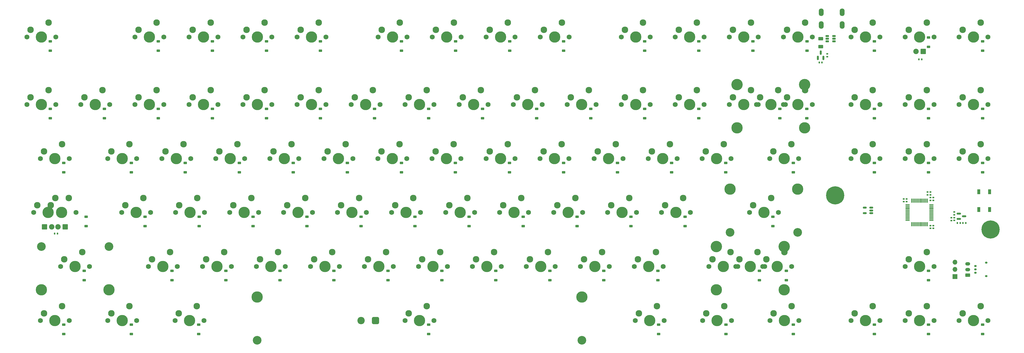
<source format=gbr>
%TF.GenerationSoftware,KiCad,Pcbnew,(7.99.0-267-g8440d7258b)*%
%TF.CreationDate,2023-05-05T04:19:59-07:00*%
%TF.ProjectId,1_2og_repro,315f326f-675f-4726-9570-726f2e6b6963,rev?*%
%TF.SameCoordinates,Original*%
%TF.FileFunction,Soldermask,Bot*%
%TF.FilePolarity,Negative*%
%FSLAX46Y46*%
G04 Gerber Fmt 4.6, Leading zero omitted, Abs format (unit mm)*
G04 Created by KiCad (PCBNEW (7.99.0-267-g8440d7258b)) date 2023-05-05 04:19:59*
%MOMM*%
%LPD*%
G01*
G04 APERTURE LIST*
G04 Aperture macros list*
%AMRoundRect*
0 Rectangle with rounded corners*
0 $1 Rounding radius*
0 $2 $3 $4 $5 $6 $7 $8 $9 X,Y pos of 4 corners*
0 Add a 4 corners polygon primitive as box body*
4,1,4,$2,$3,$4,$5,$6,$7,$8,$9,$2,$3,0*
0 Add four circle primitives for the rounded corners*
1,1,$1+$1,$2,$3*
1,1,$1+$1,$4,$5*
1,1,$1+$1,$6,$7*
1,1,$1+$1,$8,$9*
0 Add four rect primitives between the rounded corners*
20,1,$1+$1,$2,$3,$4,$5,0*
20,1,$1+$1,$4,$5,$6,$7,0*
20,1,$1+$1,$6,$7,$8,$9,0*
20,1,$1+$1,$8,$9,$2,$3,0*%
G04 Aperture macros list end*
%ADD10RoundRect,0.250000X0.625000X-0.350000X0.625000X0.350000X-0.625000X0.350000X-0.625000X-0.350000X0*%
%ADD11O,1.750000X1.200000*%
%ADD12C,1.750000*%
%ADD13C,3.987800*%
%ADD14C,2.300000*%
%ADD15RoundRect,0.650000X0.650000X0.650000X-0.650000X0.650000X-0.650000X-0.650000X0.650000X-0.650000X0*%
%ADD16C,2.600000*%
%ADD17C,3.048000*%
%ADD18RoundRect,0.285750X-0.666750X-0.666750X0.666750X-0.666750X0.666750X0.666750X-0.666750X0.666750X0*%
%ADD19C,1.905000*%
%ADD20C,6.400000*%
%ADD21C,4.000000*%
%ADD22O,1.700000X2.700000*%
%ADD23R,1.700000X1.700000*%
%ADD24O,1.700000X1.700000*%
%ADD25RoundRect,0.225000X0.375000X-0.225000X0.375000X0.225000X-0.375000X0.225000X-0.375000X-0.225000X0*%
%ADD26RoundRect,0.075000X0.075000X-0.662500X0.075000X0.662500X-0.075000X0.662500X-0.075000X-0.662500X0*%
%ADD27RoundRect,0.075000X0.662500X-0.075000X0.662500X0.075000X-0.662500X0.075000X-0.662500X-0.075000X0*%
%ADD28RoundRect,0.140000X-0.140000X-0.170000X0.140000X-0.170000X0.140000X0.170000X-0.140000X0.170000X0*%
%ADD29RoundRect,0.140000X-0.170000X0.140000X-0.170000X-0.140000X0.170000X-0.140000X0.170000X0.140000X0*%
%ADD30RoundRect,0.135000X0.135000X0.185000X-0.135000X0.185000X-0.135000X-0.185000X0.135000X-0.185000X0*%
%ADD31RoundRect,0.135000X0.185000X-0.135000X0.185000X0.135000X-0.185000X0.135000X-0.185000X-0.135000X0*%
%ADD32RoundRect,0.140000X0.170000X-0.140000X0.170000X0.140000X-0.170000X0.140000X-0.170000X-0.140000X0*%
%ADD33RoundRect,0.150000X0.512500X0.150000X-0.512500X0.150000X-0.512500X-0.150000X0.512500X-0.150000X0*%
%ADD34R,1.000000X1.700000*%
%ADD35RoundRect,0.150000X0.150000X-0.587500X0.150000X0.587500X-0.150000X0.587500X-0.150000X-0.587500X0*%
%ADD36RoundRect,0.140000X0.140000X0.170000X-0.140000X0.170000X-0.140000X-0.170000X0.140000X-0.170000X0*%
%ADD37RoundRect,0.150000X-0.587500X-0.150000X0.587500X-0.150000X0.587500X0.150000X-0.587500X0.150000X0*%
%ADD38RoundRect,0.150000X0.475000X0.150000X-0.475000X0.150000X-0.475000X-0.150000X0.475000X-0.150000X0*%
%ADD39RoundRect,0.250000X-0.625000X0.375000X-0.625000X-0.375000X0.625000X-0.375000X0.625000X0.375000X0*%
%ADD40RoundRect,0.135000X-0.135000X-0.185000X0.135000X-0.185000X0.135000X0.185000X-0.135000X0.185000X0*%
%ADD41RoundRect,0.150000X-0.275000X0.150000X-0.275000X-0.150000X0.275000X-0.150000X0.275000X0.150000X0*%
%ADD42RoundRect,0.175000X-0.225000X0.175000X-0.225000X-0.175000X0.225000X-0.175000X0.225000X0.175000X0*%
G04 APERTURE END LIST*
D10*
%TO.C,J4*%
X347689000Y-105505000D03*
D11*
X347688999Y-103504999D03*
X347688999Y-101504999D03*
%TD*%
D12*
%TO.C,SW71*%
X135336115Y-102434638D03*
D13*
X140416115Y-102434638D03*
D12*
X145496115Y-102434638D03*
D14*
X136606115Y-99894638D03*
X142956115Y-97354638D03*
%TD*%
D12*
%TO.C,SW12*%
X263806115Y-21594638D03*
D13*
X268886115Y-21594638D03*
D12*
X273966115Y-21594638D03*
D14*
X265076115Y-19054638D03*
X271426115Y-16514638D03*
%TD*%
D12*
%TO.C,SW26*%
X187696115Y-45374638D03*
D13*
X192776115Y-45374638D03*
D12*
X197856115Y-45374638D03*
D14*
X188966115Y-42834638D03*
X195316115Y-40294638D03*
%TD*%
D12*
%TO.C,SW76*%
X230336115Y-102434638D03*
D13*
X235416115Y-102434638D03*
D12*
X240496115Y-102434638D03*
D14*
X231606115Y-99894638D03*
X237956115Y-97354638D03*
%TD*%
D12*
%TO.C,SW21*%
X92596115Y-45374638D03*
D13*
X97676115Y-45374638D03*
D12*
X102756115Y-45374638D03*
D14*
X93866115Y-42834638D03*
X100216115Y-40294638D03*
%TD*%
D12*
%TO.C,SW24*%
X149656115Y-45374638D03*
D13*
X154736115Y-45374638D03*
D12*
X159816115Y-45374638D03*
D14*
X150926115Y-42834638D03*
X157276115Y-40294638D03*
%TD*%
D12*
%TO.C,SW25*%
X168676115Y-45374638D03*
D13*
X173756115Y-45374638D03*
D12*
X178836115Y-45374638D03*
D14*
X169946115Y-42834638D03*
X176296115Y-40294638D03*
%TD*%
D12*
%TO.C,SW60*%
X163906115Y-83414638D03*
D13*
X168986115Y-83414638D03*
D12*
X174066115Y-83414638D03*
D14*
X165176115Y-80874638D03*
X171526115Y-78334638D03*
%TD*%
D12*
%TO.C,SW83*%
X45008615Y-121454638D03*
D13*
X50088615Y-121454638D03*
D12*
X55168615Y-121454638D03*
D14*
X46278615Y-118914638D03*
X52628615Y-116374638D03*
%TD*%
D12*
%TO.C,SW74*%
X192336115Y-102434638D03*
D13*
X197416115Y-102434638D03*
D12*
X202496115Y-102434638D03*
D14*
X193606115Y-99894638D03*
X199956115Y-97354638D03*
%TD*%
D12*
%TO.C,SW9*%
X197206115Y-21594638D03*
D13*
X202286115Y-21594638D03*
D12*
X207366115Y-21594638D03*
D14*
X198476115Y-19054638D03*
X204826115Y-16514638D03*
%TD*%
D12*
%TO.C,SW32*%
X306606115Y-45374638D03*
D13*
X311686115Y-45374638D03*
D12*
X316766115Y-45374638D03*
D14*
X307876115Y-42834638D03*
X314226115Y-40294638D03*
%TD*%
D12*
%TO.C,SW53*%
X23638615Y-83414638D03*
D13*
X28718615Y-83414638D03*
D12*
X33798615Y-83414638D03*
D14*
X24908615Y-80874638D03*
X31258615Y-78334638D03*
%TD*%
D12*
%TO.C,SW90*%
X325626115Y-121454638D03*
D13*
X330706115Y-121454638D03*
D12*
X335786115Y-121454638D03*
D14*
X326896115Y-118914638D03*
X333246115Y-116374638D03*
%TD*%
D12*
%TO.C,SW65*%
X270846088Y-83414669D03*
D13*
X275926088Y-83414669D03*
D12*
X281006088Y-83414669D03*
D14*
X272116088Y-80874669D03*
X278466088Y-78334669D03*
%TD*%
D12*
%TO.C,SW84*%
X68711115Y-121454638D03*
D13*
X73791115Y-121454638D03*
D12*
X78871115Y-121454638D03*
D14*
X69981115Y-118914638D03*
X76331115Y-116374638D03*
%TD*%
D12*
%TO.C,SW39*%
X102056115Y-64394638D03*
D13*
X107136115Y-64394638D03*
D12*
X112216115Y-64394638D03*
D14*
X103326115Y-61854638D03*
X109676115Y-59314638D03*
%TD*%
D12*
%TO.C,SW86*%
X230631115Y-121454638D03*
D13*
X235711115Y-121454638D03*
D12*
X240791115Y-121454638D03*
D14*
X231901115Y-118914638D03*
X238251115Y-116374638D03*
%TD*%
D12*
%TO.C,SW63*%
X220926115Y-83414638D03*
D13*
X226006115Y-83414638D03*
D12*
X231086115Y-83414638D03*
D14*
X222196115Y-80874638D03*
X228546115Y-78334638D03*
%TD*%
D12*
%TO.C,SW35*%
X21246115Y-64394638D03*
D13*
X26326115Y-64394638D03*
D12*
X31406115Y-64394638D03*
D14*
X22516115Y-61854638D03*
X28866115Y-59314638D03*
%TD*%
D12*
%TO.C,SW15*%
X325626115Y-21591179D03*
D13*
X330706115Y-21591179D03*
D12*
X335786115Y-21591179D03*
D14*
X326896115Y-19051179D03*
X333246115Y-16511179D03*
%TD*%
D15*
%TO.C,JP1*%
X139192000Y-121451498D03*
D16*
X134112000Y-121451498D03*
%TD*%
D12*
%TO.C,SW47*%
X254216115Y-64394638D03*
D13*
X259296115Y-64394638D03*
D12*
X264376115Y-64394638D03*
D14*
X255486115Y-61854638D03*
X261836115Y-59314638D03*
%TD*%
D17*
%TO.C,S4*%
X21589865Y-95449638D03*
D13*
X21589865Y-110689638D03*
D17*
X45402365Y-95449638D03*
D13*
X45402365Y-110689638D03*
%TD*%
D12*
%TO.C,SW41*%
X140096115Y-64394638D03*
D13*
X145176115Y-64394638D03*
D12*
X150256115Y-64394638D03*
D14*
X141366115Y-61854638D03*
X147716115Y-59314638D03*
%TD*%
D12*
%TO.C,SW62*%
X201926115Y-83414638D03*
D13*
X207006115Y-83414638D03*
D12*
X212086115Y-83414638D03*
D14*
X203196115Y-80874638D03*
X209546115Y-78334638D03*
%TD*%
D12*
%TO.C,SW89*%
X306606115Y-121454638D03*
D13*
X311686115Y-121454638D03*
D12*
X316766115Y-121454638D03*
D14*
X307876115Y-118914638D03*
X314226115Y-116374638D03*
%TD*%
D12*
%TO.C,SW49*%
X306606115Y-64394638D03*
D13*
X311686115Y-64394638D03*
D12*
X316766115Y-64394638D03*
D14*
X307876115Y-61854638D03*
X314226115Y-59314638D03*
%TD*%
D12*
%TO.C,SW28*%
X225736115Y-45374638D03*
D13*
X230816115Y-45374638D03*
D12*
X235896115Y-45374638D03*
D14*
X227006115Y-42834638D03*
X233356115Y-40294638D03*
%TD*%
D12*
%TO.C,SW10*%
X225736115Y-21594638D03*
D13*
X230816115Y-21594638D03*
D12*
X235896115Y-21594638D03*
D14*
X227006115Y-19054638D03*
X233356115Y-16514638D03*
%TD*%
D12*
%TO.C,SW1*%
X16516115Y-21594638D03*
D13*
X21596115Y-21594638D03*
D12*
X26676115Y-21594638D03*
D14*
X17786115Y-19054638D03*
X24136115Y-16514638D03*
%TD*%
D12*
%TO.C,SW70*%
X116336115Y-102434638D03*
D13*
X121416115Y-102434638D03*
D12*
X126496115Y-102434638D03*
D14*
X117606115Y-99894638D03*
X123956115Y-97354638D03*
%TD*%
D12*
%TO.C,SW13*%
X282826115Y-21594638D03*
D13*
X287906115Y-21594638D03*
D12*
X292986115Y-21594638D03*
D14*
X284096115Y-19054638D03*
X290446115Y-16514638D03*
%TD*%
D12*
%TO.C,SW87*%
X254358615Y-121454638D03*
D13*
X259438615Y-121454638D03*
D12*
X264518615Y-121454638D03*
D14*
X255628615Y-118914638D03*
X261978615Y-116374638D03*
%TD*%
D12*
%TO.C,SW11*%
X244756115Y-21594638D03*
D13*
X249836115Y-21594638D03*
D12*
X254916115Y-21594638D03*
D14*
X246026115Y-19054638D03*
X252376115Y-16514638D03*
%TD*%
D12*
%TO.C,SW27*%
X206716115Y-45374638D03*
D13*
X211796115Y-45374638D03*
D12*
X216876115Y-45374638D03*
D14*
X207986115Y-42834638D03*
X214336115Y-40294638D03*
%TD*%
D18*
%TO.C,D90*%
X331976115Y-26671179D03*
D19*
X329436115Y-26671179D03*
%TD*%
D12*
%TO.C,SW37*%
X64016115Y-64394638D03*
D13*
X69096115Y-64394638D03*
D12*
X74176115Y-64394638D03*
D14*
X65286115Y-61854638D03*
X71636115Y-59314638D03*
%TD*%
D12*
%TO.C,SW5*%
X111616534Y-21599485D03*
D13*
X116696534Y-21599485D03*
D12*
X121776534Y-21599485D03*
D14*
X112886534Y-19059485D03*
X119236534Y-16519485D03*
%TD*%
D20*
%TO.C,H1*%
X301009027Y-77392443D03*
%TD*%
D12*
%TO.C,SW4*%
X92596534Y-21599485D03*
D13*
X97676534Y-21599485D03*
D12*
X102756534Y-21599485D03*
D14*
X93866534Y-19059485D03*
X100216534Y-16519485D03*
%TD*%
D12*
%TO.C,SW23*%
X130636115Y-45374638D03*
D13*
X135716115Y-45374638D03*
D12*
X140796115Y-45374638D03*
D14*
X131906115Y-42834638D03*
X138256115Y-40294638D03*
%TD*%
D12*
%TO.C,SW42*%
X159116115Y-64394638D03*
D13*
X164196115Y-64394638D03*
D12*
X169276115Y-64394638D03*
D14*
X160386115Y-61854638D03*
X166736115Y-59314638D03*
%TD*%
D12*
%TO.C,SW91*%
X344646115Y-121454638D03*
D13*
X349726115Y-121454638D03*
D12*
X354806115Y-121454638D03*
D14*
X345916115Y-118914638D03*
X352266115Y-116374638D03*
%TD*%
D12*
%TO.C,SW22*%
X111616115Y-45374638D03*
D13*
X116696115Y-45374638D03*
D12*
X121776115Y-45374638D03*
D14*
X112886115Y-42834638D03*
X119236115Y-40294638D03*
%TD*%
D12*
%TO.C,SW64*%
X239926115Y-83414638D03*
D13*
X245006115Y-83414638D03*
D12*
X250086115Y-83414638D03*
D14*
X241196115Y-80874638D03*
X247546115Y-78334638D03*
%TD*%
D12*
%TO.C,SW81*%
X325626115Y-102434638D03*
D13*
X330706115Y-102434638D03*
D12*
X335786115Y-102434638D03*
D14*
X326896115Y-99894638D03*
X333246115Y-97354638D03*
%TD*%
D12*
%TO.C,SW52*%
X18876115Y-83414638D03*
D13*
X23956115Y-83414638D03*
D12*
X29036115Y-83414638D03*
D14*
X20146115Y-80874638D03*
X26496115Y-78334638D03*
%TD*%
D12*
%TO.C,SW30*%
X273301115Y-45374638D03*
D13*
X278381115Y-45374638D03*
D12*
X283461115Y-45374638D03*
D14*
X274571115Y-42834638D03*
X280921115Y-40294638D03*
%TD*%
D12*
%TO.C,SW51*%
X344646115Y-64394638D03*
D13*
X349726115Y-64394638D03*
D12*
X354806115Y-64394638D03*
D14*
X345916115Y-61854638D03*
X352266115Y-59314638D03*
%TD*%
D12*
%TO.C,SW34*%
X344646115Y-45374638D03*
D13*
X349726115Y-45374638D03*
D12*
X354806115Y-45374638D03*
D14*
X345916115Y-42834638D03*
X352266115Y-40294638D03*
%TD*%
D12*
%TO.C,SW66*%
X28416115Y-102434638D03*
D13*
X33496115Y-102434638D03*
D12*
X38576115Y-102434638D03*
D14*
X29686115Y-99894638D03*
X36036115Y-97354638D03*
%TD*%
D12*
%TO.C,SW8*%
X178186115Y-21594638D03*
D13*
X183266115Y-21594638D03*
D12*
X188346115Y-21594638D03*
D14*
X179456115Y-19054638D03*
X185806115Y-16514638D03*
%TD*%
D12*
%TO.C,SW36*%
X44996115Y-64394638D03*
D13*
X50076115Y-64394638D03*
D12*
X55156115Y-64394638D03*
D14*
X46266115Y-61854638D03*
X52616115Y-59314638D03*
%TD*%
D12*
%TO.C,SW68*%
X78336115Y-102434638D03*
D13*
X83416115Y-102434638D03*
D12*
X88496115Y-102434638D03*
D14*
X79606115Y-99894638D03*
X85956115Y-97354638D03*
%TD*%
D12*
%TO.C,SW19*%
X54556115Y-45374638D03*
D13*
X59636115Y-45374638D03*
D12*
X64716115Y-45374638D03*
D14*
X55826115Y-42834638D03*
X62176115Y-40294638D03*
%TD*%
D12*
%TO.C,SW73*%
X173336115Y-102434638D03*
D13*
X178416115Y-102434638D03*
D12*
X183496115Y-102434638D03*
D14*
X174606115Y-99894638D03*
X180956115Y-97354638D03*
%TD*%
D12*
%TO.C,SW78*%
X266061115Y-102434638D03*
D13*
X271141115Y-102434638D03*
D12*
X276221115Y-102434638D03*
D14*
X267331115Y-99894638D03*
X273681115Y-97354638D03*
%TD*%
D21*
%TO.C,S2*%
X259234865Y-95449638D03*
D13*
X259234865Y-110689638D03*
D21*
X283047365Y-95449638D03*
D13*
X283047365Y-110689638D03*
%TD*%
D12*
%TO.C,SW61*%
X182926115Y-83414638D03*
D13*
X188006115Y-83414638D03*
D12*
X193086115Y-83414638D03*
D14*
X184196115Y-80874638D03*
X190546115Y-78334638D03*
%TD*%
D12*
%TO.C,SW43*%
X178136115Y-64394638D03*
D13*
X183216115Y-64394638D03*
D12*
X188296115Y-64394638D03*
D14*
X179406115Y-61854638D03*
X185756115Y-59314638D03*
%TD*%
D12*
%TO.C,SW33*%
X325626115Y-45374638D03*
D13*
X330706115Y-45374638D03*
D12*
X335786115Y-45374638D03*
D14*
X326896115Y-42834638D03*
X333246115Y-40294638D03*
%TD*%
D12*
%TO.C,SW88*%
X278076115Y-121454638D03*
D13*
X283156115Y-121454638D03*
D12*
X288236115Y-121454638D03*
D14*
X279346115Y-118914638D03*
X285696115Y-116374638D03*
%TD*%
D22*
%TO.C,J2*%
X303446114Y-12849999D03*
X296146114Y-12849999D03*
X303446114Y-17349999D03*
X296146114Y-17349999D03*
%TD*%
D12*
%TO.C,SW56*%
X87886115Y-83414638D03*
D13*
X92966115Y-83414638D03*
D12*
X98046115Y-83414638D03*
D14*
X89156115Y-80874638D03*
X95506115Y-78334638D03*
%TD*%
D17*
%TO.C,S5*%
X211897529Y-128436498D03*
D13*
X211897529Y-113196498D03*
D17*
X97597529Y-128436498D03*
D13*
X97597529Y-113196498D03*
%TD*%
D12*
%TO.C,SW40*%
X121076115Y-64394638D03*
D13*
X126156115Y-64394638D03*
D12*
X131236115Y-64394638D03*
D14*
X122346115Y-61854638D03*
X128696115Y-59314638D03*
%TD*%
D12*
%TO.C,SW20*%
X73576115Y-45374638D03*
D13*
X78656115Y-45374638D03*
D12*
X83736115Y-45374638D03*
D14*
X74846115Y-42834638D03*
X81196115Y-40294638D03*
%TD*%
D12*
%TO.C,SW69*%
X97336115Y-102434638D03*
D13*
X102416115Y-102434638D03*
D12*
X107496115Y-102434638D03*
D14*
X98606115Y-99894638D03*
X104956115Y-97354638D03*
%TD*%
D12*
%TO.C,SW16*%
X344646115Y-21594638D03*
D13*
X349726115Y-21594638D03*
D12*
X354806115Y-21594638D03*
D14*
X345916115Y-19054638D03*
X352266115Y-16514638D03*
%TD*%
D12*
%TO.C,SW7*%
X159166115Y-21594638D03*
D13*
X164246115Y-21594638D03*
D12*
X169326115Y-21594638D03*
D14*
X160436115Y-19054638D03*
X166786115Y-16514638D03*
%TD*%
D12*
%TO.C,SW67*%
X59336115Y-102434638D03*
D13*
X64416115Y-102434638D03*
D12*
X69496115Y-102434638D03*
D14*
X60606115Y-99894638D03*
X66956115Y-97354638D03*
%TD*%
D12*
%TO.C,SW50*%
X325626115Y-64394638D03*
D13*
X330706115Y-64394638D03*
D12*
X335786115Y-64394638D03*
D14*
X326896115Y-61854638D03*
X333246115Y-59314638D03*
%TD*%
D12*
%TO.C,SW72*%
X154336115Y-102434638D03*
D13*
X159416115Y-102434638D03*
D12*
X164496115Y-102434638D03*
D14*
X155606115Y-99894638D03*
X161956115Y-97354638D03*
%TD*%
D12*
%TO.C,SW3*%
X73576534Y-21599485D03*
D13*
X78656534Y-21599485D03*
D12*
X83736534Y-21599485D03*
D14*
X74846534Y-19059485D03*
X81196534Y-16519485D03*
%TD*%
D12*
%TO.C,SW57*%
X106886115Y-83414638D03*
D13*
X111966115Y-83414638D03*
D12*
X117046115Y-83414638D03*
D14*
X108156115Y-80874638D03*
X114506115Y-78334638D03*
%TD*%
D17*
%TO.C,S3*%
X287832338Y-90399669D03*
D13*
X287832338Y-75159669D03*
D17*
X264019838Y-90399669D03*
D13*
X264019838Y-75159669D03*
%TD*%
D20*
%TO.C,H2*%
X355726066Y-89414572D03*
%TD*%
D12*
%TO.C,SW77*%
X256551115Y-102434638D03*
D13*
X261631115Y-102434638D03*
D12*
X266711115Y-102434638D03*
D14*
X257821115Y-99894638D03*
X264171115Y-97354638D03*
%TD*%
D12*
%TO.C,SW59*%
X144886115Y-83414638D03*
D13*
X149966115Y-83414638D03*
D12*
X155046115Y-83414638D03*
D14*
X146156115Y-80874638D03*
X152506115Y-78334638D03*
%TD*%
D12*
%TO.C,SW44*%
X197156115Y-64394638D03*
D13*
X202236115Y-64394638D03*
D12*
X207316115Y-64394638D03*
D14*
X198426115Y-61854638D03*
X204776115Y-59314638D03*
%TD*%
D12*
%TO.C,SW29*%
X244756115Y-45374638D03*
D13*
X249836115Y-45374638D03*
D12*
X254916115Y-45374638D03*
D14*
X246026115Y-42834638D03*
X252376115Y-40294638D03*
%TD*%
D12*
%TO.C,SW82*%
X21266115Y-121454638D03*
D13*
X26346115Y-121454638D03*
D12*
X31426115Y-121454638D03*
D14*
X22536115Y-118914638D03*
X28886115Y-116374638D03*
%TD*%
D12*
%TO.C,SW75*%
X211336115Y-102434638D03*
D13*
X216416115Y-102434638D03*
D12*
X221496115Y-102434638D03*
D14*
X212606115Y-99894638D03*
X218956115Y-97354638D03*
%TD*%
D12*
%TO.C,SW55*%
X68886115Y-83414638D03*
D13*
X73966115Y-83414638D03*
D12*
X79046115Y-83414638D03*
D14*
X70156115Y-80874638D03*
X76506115Y-78334638D03*
%TD*%
D12*
%TO.C,SW38*%
X83036115Y-64394638D03*
D13*
X88116115Y-64394638D03*
D12*
X93196115Y-64394638D03*
D14*
X84306115Y-61854638D03*
X90656115Y-59314638D03*
%TD*%
D12*
%TO.C,SW80*%
X282811115Y-45374638D03*
D13*
X287891115Y-45374638D03*
D12*
X292971115Y-45374638D03*
D14*
X284081115Y-42834638D03*
X290431115Y-40294638D03*
%TD*%
D12*
%TO.C,SW14*%
X306606115Y-21594638D03*
D13*
X311686115Y-21594638D03*
D12*
X316766115Y-21594638D03*
D14*
X307876115Y-19054638D03*
X314226115Y-16514638D03*
%TD*%
D12*
%TO.C,SW48*%
X278031115Y-64394638D03*
D13*
X283111115Y-64394638D03*
D12*
X288191115Y-64394638D03*
D14*
X279301115Y-61854638D03*
X285651115Y-59314638D03*
%TD*%
D12*
%TO.C,SW31*%
X263791115Y-45374638D03*
D13*
X268871115Y-45374638D03*
D12*
X273951115Y-45374638D03*
D14*
X265061115Y-42834638D03*
X271411115Y-40294638D03*
%TD*%
D12*
%TO.C,SW79*%
X275571115Y-102434638D03*
D13*
X280651115Y-102434638D03*
D12*
X285731115Y-102434638D03*
D14*
X276841115Y-99894638D03*
X283191115Y-97354638D03*
%TD*%
D12*
%TO.C,SW6*%
X140146115Y-21594638D03*
D13*
X145226115Y-21594638D03*
D12*
X150306115Y-21594638D03*
D14*
X141416115Y-19054638D03*
X147766115Y-16514638D03*
%TD*%
D18*
%TO.C,D91*%
X22686115Y-88494638D03*
D19*
X25226115Y-88494638D03*
%TD*%
D18*
%TO.C,D89*%
X29988615Y-88494638D03*
D19*
X27448615Y-88494638D03*
%TD*%
D21*
%TO.C,S1*%
X266474865Y-38389638D03*
D13*
X266474865Y-53629638D03*
D21*
X290287365Y-38389638D03*
D13*
X290287365Y-53629638D03*
%TD*%
D12*
%TO.C,SW46*%
X235196115Y-64394638D03*
D13*
X240276115Y-64394638D03*
D12*
X245356115Y-64394638D03*
D14*
X236466115Y-61854638D03*
X242816115Y-59314638D03*
%TD*%
D23*
%TO.C,J3*%
X343206114Y-105984628D03*
D24*
X343206114Y-103444628D03*
X343206114Y-100904628D03*
%TD*%
D12*
%TO.C,SW45*%
X216176115Y-64394638D03*
D13*
X221256115Y-64394638D03*
D12*
X226336115Y-64394638D03*
D14*
X217446115Y-61854638D03*
X223796115Y-59314638D03*
%TD*%
D12*
%TO.C,SW17*%
X16516115Y-45374638D03*
D13*
X21596115Y-45374638D03*
D12*
X26676115Y-45374638D03*
D14*
X17786115Y-42834638D03*
X24136115Y-40294638D03*
%TD*%
D12*
%TO.C,SW54*%
X49886115Y-83414638D03*
D13*
X54966115Y-83414638D03*
D12*
X60046115Y-83414638D03*
D14*
X51156115Y-80874638D03*
X57506115Y-78334638D03*
%TD*%
D12*
%TO.C,SW2*%
X54556534Y-21599485D03*
D13*
X59636534Y-21599485D03*
D12*
X64716534Y-21599485D03*
D14*
X55826534Y-19059485D03*
X62176534Y-16519485D03*
%TD*%
D12*
%TO.C,SW58*%
X125886115Y-83414638D03*
D13*
X130966115Y-83414638D03*
D12*
X136046115Y-83414638D03*
D14*
X127156115Y-80874638D03*
X133506115Y-78334638D03*
%TD*%
D12*
%TO.C,SW85*%
X149667529Y-121451498D03*
D13*
X154747529Y-121451498D03*
D12*
X159827529Y-121451498D03*
D14*
X150937529Y-118911498D03*
X157287529Y-116371498D03*
%TD*%
D12*
%TO.C,SW18*%
X35536115Y-45374638D03*
D13*
X40616115Y-45374638D03*
D12*
X45696115Y-45374638D03*
D14*
X36806115Y-42834638D03*
X43156115Y-40294638D03*
%TD*%
D25*
%TO.C,D9*%
X205455115Y-26413638D03*
X205455115Y-23113638D03*
%TD*%
%TO.C,D47*%
X286280115Y-69213638D03*
X286280115Y-65913638D03*
%TD*%
D26*
%TO.C,U2*%
X333456115Y-87577138D03*
X332956115Y-87577138D03*
X332456115Y-87577138D03*
X331956115Y-87577138D03*
X331456115Y-87577138D03*
X330956115Y-87577138D03*
X330456115Y-87577138D03*
X329956115Y-87577138D03*
X329456115Y-87577138D03*
X328956115Y-87577138D03*
X328456115Y-87577138D03*
X327956115Y-87577138D03*
D27*
X326543615Y-86164638D03*
X326543615Y-85664638D03*
X326543615Y-85164638D03*
X326543615Y-84664638D03*
X326543615Y-84164638D03*
X326543615Y-83664638D03*
X326543615Y-83164638D03*
X326543615Y-82664638D03*
X326543615Y-82164638D03*
X326543615Y-81664638D03*
X326543615Y-81164638D03*
X326543615Y-80664638D03*
D26*
X327956115Y-79252138D03*
X328456115Y-79252138D03*
X328956115Y-79252138D03*
X329456115Y-79252138D03*
X329956115Y-79252138D03*
X330456115Y-79252138D03*
X330956115Y-79252138D03*
X331456115Y-79252138D03*
X331956115Y-79252138D03*
X332456115Y-79252138D03*
X332956115Y-79252138D03*
X333456115Y-79252138D03*
D27*
X334868615Y-80664638D03*
X334868615Y-81164638D03*
X334868615Y-81664638D03*
X334868615Y-82164638D03*
X334868615Y-82664638D03*
X334868615Y-83164638D03*
X334868615Y-83664638D03*
X334868615Y-84164638D03*
X334868615Y-84664638D03*
X334868615Y-85164638D03*
X334868615Y-85664638D03*
X334868615Y-86164638D03*
%TD*%
D25*
%TO.C,D5*%
X119865534Y-26418485D03*
X119865534Y-23118485D03*
%TD*%
D28*
%TO.C,C11*%
X346004000Y-87120000D03*
X346964000Y-87120000D03*
%TD*%
D25*
%TO.C,D45*%
X243445115Y-69213638D03*
X243445115Y-65913638D03*
%TD*%
%TO.C,D75*%
X274310115Y-107253638D03*
X274310115Y-103953638D03*
%TD*%
%TO.C,D2*%
X62805534Y-26418485D03*
X62805534Y-23118485D03*
%TD*%
%TO.C,D28*%
X233985115Y-50193638D03*
X233985115Y-46893638D03*
%TD*%
%TO.C,D12*%
X272055115Y-26413638D03*
X272055115Y-23113638D03*
%TD*%
%TO.C,D73*%
X219585115Y-107253638D03*
X219585115Y-103953638D03*
%TD*%
%TO.C,D22*%
X119865115Y-50193638D03*
X119865115Y-46893638D03*
%TD*%
%TO.C,D78*%
X333875115Y-107253638D03*
X333875115Y-103953638D03*
%TD*%
%TO.C,D31*%
X314855115Y-50193638D03*
X314855115Y-46893638D03*
%TD*%
%TO.C,D67*%
X105585115Y-107253638D03*
X105585115Y-103953638D03*
%TD*%
%TO.C,D4*%
X100845534Y-26418485D03*
X100845534Y-23118485D03*
%TD*%
%TO.C,D11*%
X253005115Y-26413638D03*
X253005115Y-23113638D03*
%TD*%
%TO.C,D87*%
X333875115Y-126273638D03*
X333875115Y-122973638D03*
%TD*%
%TO.C,D44*%
X224425115Y-69213638D03*
X224425115Y-65913638D03*
%TD*%
D29*
%TO.C,C12*%
X342900000Y-85243000D03*
X342900000Y-86203000D03*
%TD*%
D30*
%TO.C,R5*%
X331472000Y-29464000D03*
X330452000Y-29464000D03*
%TD*%
D25*
%TO.C,D6*%
X148395115Y-26413638D03*
X148395115Y-23113638D03*
%TD*%
%TO.C,D33*%
X352895115Y-50193638D03*
X352895115Y-46893638D03*
%TD*%
%TO.C,D21*%
X100845115Y-50193638D03*
X100845115Y-46893638D03*
%TD*%
%TO.C,D16*%
X352895115Y-26413638D03*
X352895115Y-23113638D03*
%TD*%
%TO.C,D15*%
X333875115Y-25018000D03*
X333875115Y-21718000D03*
%TD*%
%TO.C,D8*%
X186435115Y-26413638D03*
X186435115Y-23113638D03*
%TD*%
D31*
%TO.C,R2*%
X342900000Y-84201000D03*
X342900000Y-83181000D03*
%TD*%
D25*
%TO.C,D52*%
X58135115Y-88233638D03*
X58135115Y-84933638D03*
%TD*%
%TO.C,D66*%
X86585115Y-107253638D03*
X86585115Y-103953638D03*
%TD*%
%TO.C,D58*%
X172155115Y-88233638D03*
X172155115Y-84933638D03*
%TD*%
%TO.C,D41*%
X167365115Y-69213638D03*
X167365115Y-65913638D03*
%TD*%
%TO.C,D42*%
X186385115Y-69213638D03*
X186385115Y-65913638D03*
%TD*%
D32*
%TO.C,C7*%
X325120000Y-79601000D03*
X325120000Y-78641000D03*
%TD*%
D25*
%TO.C,D1*%
X24765115Y-26413638D03*
X24765115Y-23113638D03*
%TD*%
%TO.C,D20*%
X81825115Y-50193638D03*
X81825115Y-46893638D03*
%TD*%
%TO.C,D54*%
X96135115Y-88233638D03*
X96135115Y-84933638D03*
%TD*%
%TO.C,D19*%
X62805115Y-50193638D03*
X62805115Y-46893638D03*
%TD*%
%TO.C,D62*%
X248175115Y-88233638D03*
X248175115Y-84933638D03*
%TD*%
%TO.C,D40*%
X148345115Y-69213638D03*
X148345115Y-65913638D03*
%TD*%
%TO.C,D51*%
X37338000Y-88233638D03*
X37338000Y-84933638D03*
%TD*%
%TO.C,D3*%
X81825534Y-26418485D03*
X81825534Y-23118485D03*
%TD*%
%TO.C,D35*%
X53245115Y-69213638D03*
X53245115Y-65913638D03*
%TD*%
%TO.C,D50*%
X352895115Y-69213638D03*
X352895115Y-65913638D03*
%TD*%
%TO.C,D88*%
X352895115Y-126273638D03*
X352895115Y-122973638D03*
%TD*%
%TO.C,D76*%
X283820115Y-107253638D03*
X283820115Y-103953638D03*
%TD*%
%TO.C,D10*%
X233985115Y-26413638D03*
X233985115Y-23113638D03*
%TD*%
D32*
%TO.C,C5*%
X334518000Y-79121000D03*
X334518000Y-78161000D03*
%TD*%
%TO.C,C6*%
X334518000Y-88999000D03*
X334518000Y-88039000D03*
%TD*%
D25*
%TO.C,D71*%
X181585115Y-107253638D03*
X181585115Y-103953638D03*
%TD*%
%TO.C,D48*%
X314855115Y-69213638D03*
X314855115Y-65913638D03*
%TD*%
D33*
%TO.C,U4*%
X313684500Y-81727000D03*
X313684500Y-82677000D03*
X313684500Y-83627000D03*
X311409500Y-83627000D03*
X311409500Y-81727000D03*
%TD*%
D25*
%TO.C,D86*%
X314855115Y-126273638D03*
X314855115Y-122973638D03*
%TD*%
%TO.C,D84*%
X262607615Y-126273638D03*
X262607615Y-122973638D03*
%TD*%
D32*
%TO.C,C9*%
X298196000Y-28498500D03*
X298196000Y-27538500D03*
%TD*%
D25*
%TO.C,D57*%
X153135115Y-88233638D03*
X153135115Y-84933638D03*
%TD*%
D31*
%TO.C,R3*%
X341884000Y-86233000D03*
X341884000Y-85213000D03*
%TD*%
D25*
%TO.C,D36*%
X72265115Y-69213638D03*
X72265115Y-65913638D03*
%TD*%
%TO.C,D53*%
X77135115Y-88233638D03*
X77135115Y-84933638D03*
%TD*%
%TO.C,D7*%
X167415115Y-26413638D03*
X167415115Y-23113638D03*
%TD*%
D34*
%TO.C,SW92*%
X351545999Y-76072999D03*
X351545999Y-82372999D03*
X355345999Y-76072999D03*
X355345999Y-82372999D03*
%TD*%
D25*
%TO.C,D74*%
X238585115Y-107253638D03*
X238585115Y-103953638D03*
%TD*%
D35*
%TO.C,U1*%
X296860000Y-28956000D03*
X294960000Y-28956000D03*
X295910000Y-27081000D03*
%TD*%
D25*
%TO.C,D25*%
X176925115Y-50193638D03*
X176925115Y-46893638D03*
%TD*%
%TO.C,D59*%
X191175115Y-88233638D03*
X191175115Y-84933638D03*
%TD*%
%TO.C,D65*%
X67585115Y-107253638D03*
X67585115Y-103953638D03*
%TD*%
D32*
%TO.C,C4*%
X334555500Y-77188000D03*
X334555500Y-76228000D03*
%TD*%
D25*
%TO.C,D68*%
X124585115Y-107253638D03*
X124585115Y-103953638D03*
%TD*%
%TO.C,D79*%
X29515115Y-126273638D03*
X29515115Y-122973638D03*
%TD*%
%TO.C,D32*%
X333875115Y-50193638D03*
X333875115Y-46893638D03*
%TD*%
%TO.C,D23*%
X138885115Y-50193638D03*
X138885115Y-46893638D03*
%TD*%
%TO.C,D26*%
X195945115Y-50193638D03*
X195945115Y-46893638D03*
%TD*%
D32*
%TO.C,C8*%
X333502000Y-77188000D03*
X333502000Y-76228000D03*
%TD*%
D25*
%TO.C,D63*%
X279095088Y-88233669D03*
X279095088Y-84933669D03*
%TD*%
D36*
%TO.C,C10*%
X296390000Y-30558500D03*
X295430000Y-30558500D03*
%TD*%
D32*
%TO.C,C3*%
X326136000Y-79601000D03*
X326136000Y-78641000D03*
%TD*%
D25*
%TO.C,D27*%
X214965115Y-50193638D03*
X214965115Y-46893638D03*
%TD*%
%TO.C,D72*%
X200585115Y-107253638D03*
X200585115Y-103953638D03*
%TD*%
%TO.C,D64*%
X36665115Y-107253638D03*
X36665115Y-103953638D03*
%TD*%
%TO.C,D18*%
X43785115Y-50193638D03*
X43785115Y-46893638D03*
%TD*%
%TO.C,D56*%
X134135115Y-88233638D03*
X134135115Y-84933638D03*
%TD*%
%TO.C,D80*%
X53257615Y-126273638D03*
X53257615Y-122973638D03*
%TD*%
%TO.C,D43*%
X205405115Y-69213638D03*
X205405115Y-65913638D03*
%TD*%
%TO.C,D82*%
X157916529Y-126270498D03*
X157916529Y-122970498D03*
%TD*%
%TO.C,D55*%
X115135115Y-88233638D03*
X115135115Y-84933638D03*
%TD*%
%TO.C,D85*%
X286325115Y-126273638D03*
X286325115Y-122973638D03*
%TD*%
D37*
%TO.C,Q1*%
X344502500Y-85705500D03*
X344502500Y-83805500D03*
X346377500Y-84755500D03*
%TD*%
D25*
%TO.C,D61*%
X229175115Y-88233638D03*
X229175115Y-84933638D03*
%TD*%
%TO.C,D49*%
X333875115Y-69213638D03*
X333875115Y-65913638D03*
%TD*%
D38*
%TO.C,U3*%
X300609000Y-21244000D03*
X300609000Y-22194000D03*
X300609000Y-23144000D03*
X298259000Y-23144000D03*
X298259000Y-22194000D03*
X298259000Y-21244000D03*
%TD*%
D25*
%TO.C,D77*%
X291060115Y-50193638D03*
X291060115Y-46893638D03*
%TD*%
%TO.C,D81*%
X76960115Y-126273638D03*
X76960115Y-122973638D03*
%TD*%
%TO.C,D70*%
X162585115Y-107253638D03*
X162585115Y-103953638D03*
%TD*%
%TO.C,D69*%
X143585115Y-107253638D03*
X143585115Y-103953638D03*
%TD*%
%TO.C,D46*%
X262465115Y-69213638D03*
X262465115Y-65913638D03*
%TD*%
%TO.C,D30*%
X281550115Y-50193638D03*
X281550115Y-46893638D03*
%TD*%
D39*
%TO.C,F1*%
X295910000Y-22194000D03*
X295910000Y-24994000D03*
%TD*%
D25*
%TO.C,D17*%
X24765115Y-50193638D03*
X24765115Y-46893638D03*
%TD*%
D40*
%TO.C,R1*%
X344041000Y-87120000D03*
X345061000Y-87120000D03*
%TD*%
D25*
%TO.C,D39*%
X129325115Y-69213638D03*
X129325115Y-65913638D03*
%TD*%
%TO.C,D13*%
X291075115Y-26413638D03*
X291075115Y-23113638D03*
%TD*%
%TO.C,D29*%
X253005115Y-50193638D03*
X253005115Y-46893638D03*
%TD*%
D32*
%TO.C,C1*%
X335534000Y-79121000D03*
X335534000Y-78161000D03*
%TD*%
D25*
%TO.C,D14*%
X314855115Y-26413638D03*
X314855115Y-23113638D03*
%TD*%
%TO.C,D60*%
X210175115Y-88233638D03*
X210175115Y-84933638D03*
%TD*%
D32*
%TO.C,C2*%
X335534000Y-88999000D03*
X335534000Y-88039000D03*
%TD*%
D25*
%TO.C,D83*%
X238880115Y-126273638D03*
X238880115Y-122973638D03*
%TD*%
%TO.C,D34*%
X29495115Y-69213638D03*
X29495115Y-65913638D03*
%TD*%
D41*
%TO.C,J1*%
X350423000Y-102273000D03*
X350423000Y-103473000D03*
X350423000Y-104673000D03*
D42*
X354198000Y-101123000D03*
X354198000Y-105823000D03*
%TD*%
D25*
%TO.C,D38*%
X110305115Y-69213638D03*
X110305115Y-65913638D03*
%TD*%
%TO.C,D37*%
X91285115Y-69213638D03*
X91285115Y-65913638D03*
%TD*%
%TO.C,D24*%
X157905115Y-50193638D03*
X157905115Y-46893638D03*
%TD*%
D30*
%TO.C,R4*%
X27307000Y-90805000D03*
X26287000Y-90805000D03*
%TD*%
M02*

</source>
